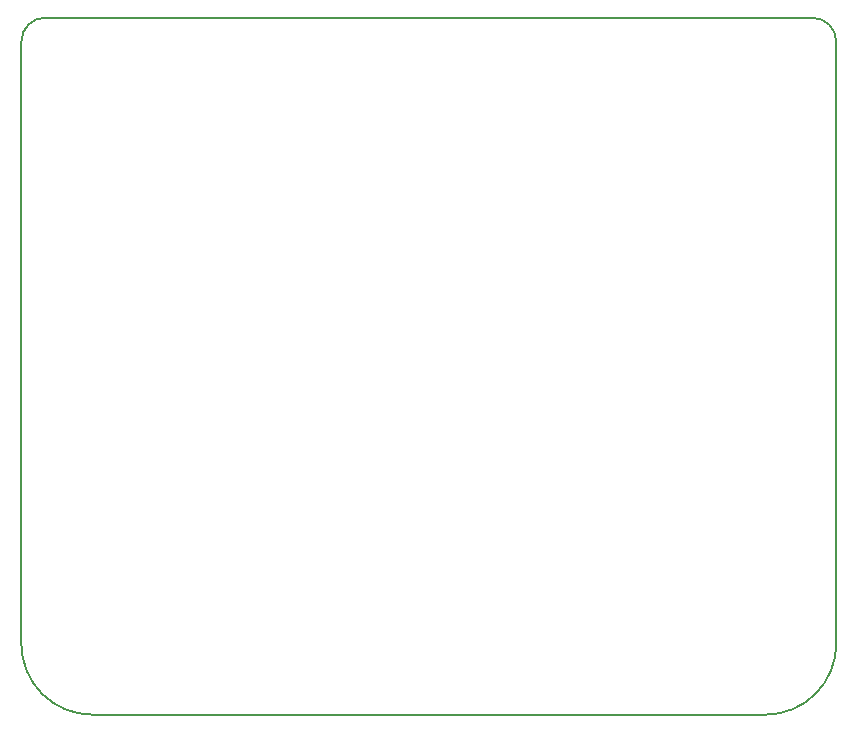
<source format=gbr>
G04 DipTrace 3.3.1.3*
G04 BoardOutline.gbr*
%MOIN*%
G04 #@! TF.FileFunction,Profile*
G04 #@! TF.Part,Single*
%ADD11C,0.006*%
%FSLAX26Y26*%
G04*
G70*
G90*
G75*
G01*
G04 BoardOutline*
%LPD*%
X2484547Y1083D2*
D11*
X240453D1*
G02X4232Y237303I-3J236217D01*
G01*
Y2245177D1*
G02X82972Y2323917I78724J16D01*
G01*
X2642028D1*
G02X2720768Y2245177I16J-78724D01*
G01*
Y237303D1*
G02X2484547Y1083I-236217J-3D01*
G01*
D3*
M02*

</source>
